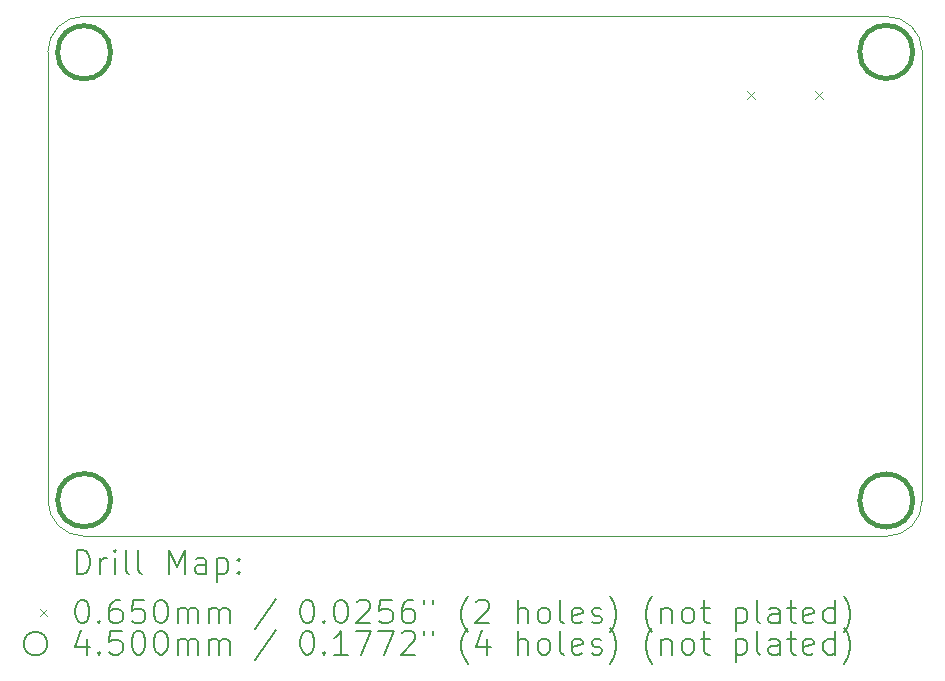
<source format=gbr>
%TF.GenerationSoftware,KiCad,Pcbnew,7.0.2-0*%
%TF.CreationDate,2024-02-25T21:14:01-06:00*%
%TF.ProjectId,spudglo_driver_v7p0,73707564-676c-46f5-9f64-72697665725f,rev?*%
%TF.SameCoordinates,Original*%
%TF.FileFunction,Drillmap*%
%TF.FilePolarity,Positive*%
%FSLAX45Y45*%
G04 Gerber Fmt 4.5, Leading zero omitted, Abs format (unit mm)*
G04 Created by KiCad (PCBNEW 7.0.2-0) date 2024-02-25 21:14:01*
%MOMM*%
%LPD*%
G01*
G04 APERTURE LIST*
%ADD10C,0.100000*%
%ADD11C,0.200000*%
%ADD12C,0.065000*%
%ADD13C,0.450000*%
G04 APERTURE END LIST*
D10*
X13958757Y-17796230D02*
G75*
G03*
X14257500Y-17495000I3J298750D01*
G01*
X14257500Y-17495000D02*
X14258728Y-13693743D01*
X14258720Y-13693743D02*
G75*
G03*
X13957500Y-13395000I-298750J3D01*
G01*
X6856620Y-17495376D02*
X6855880Y-13695349D01*
X13957500Y-13395000D02*
X7154624Y-13394120D01*
X6856620Y-17495376D02*
G75*
G03*
X7157849Y-17794119I298750J-4D01*
G01*
X7154624Y-13394120D02*
G75*
G03*
X6855880Y-13695349I0J-298754D01*
G01*
X13958757Y-17796229D02*
X7157849Y-17794120D01*
D11*
D12*
X12774500Y-14026500D02*
X12839500Y-14091500D01*
X12839500Y-14026500D02*
X12774500Y-14091500D01*
X13352500Y-14026500D02*
X13417500Y-14091500D01*
X13417500Y-14026500D02*
X13352500Y-14091500D01*
D13*
X7387000Y-13698000D02*
G75*
G03*
X7387000Y-13698000I-225000J0D01*
G01*
X7388000Y-17490000D02*
G75*
G03*
X7388000Y-17490000I-225000J0D01*
G01*
X14179000Y-13695000D02*
G75*
G03*
X14179000Y-13695000I-225000J0D01*
G01*
X14179000Y-17493000D02*
G75*
G03*
X14179000Y-17493000I-225000J0D01*
G01*
D11*
X7098489Y-18113754D02*
X7098489Y-17913754D01*
X7098489Y-17913754D02*
X7146108Y-17913754D01*
X7146108Y-17913754D02*
X7174680Y-17923278D01*
X7174680Y-17923278D02*
X7193727Y-17942326D01*
X7193727Y-17942326D02*
X7203251Y-17961373D01*
X7203251Y-17961373D02*
X7212775Y-17999468D01*
X7212775Y-17999468D02*
X7212775Y-18028040D01*
X7212775Y-18028040D02*
X7203251Y-18066135D01*
X7203251Y-18066135D02*
X7193727Y-18085183D01*
X7193727Y-18085183D02*
X7174680Y-18104230D01*
X7174680Y-18104230D02*
X7146108Y-18113754D01*
X7146108Y-18113754D02*
X7098489Y-18113754D01*
X7298489Y-18113754D02*
X7298489Y-17980421D01*
X7298489Y-18018516D02*
X7308013Y-17999468D01*
X7308013Y-17999468D02*
X7317537Y-17989945D01*
X7317537Y-17989945D02*
X7336584Y-17980421D01*
X7336584Y-17980421D02*
X7355632Y-17980421D01*
X7422299Y-18113754D02*
X7422299Y-17980421D01*
X7422299Y-17913754D02*
X7412775Y-17923278D01*
X7412775Y-17923278D02*
X7422299Y-17932802D01*
X7422299Y-17932802D02*
X7431823Y-17923278D01*
X7431823Y-17923278D02*
X7422299Y-17913754D01*
X7422299Y-17913754D02*
X7422299Y-17932802D01*
X7546108Y-18113754D02*
X7527061Y-18104230D01*
X7527061Y-18104230D02*
X7517537Y-18085183D01*
X7517537Y-18085183D02*
X7517537Y-17913754D01*
X7650870Y-18113754D02*
X7631823Y-18104230D01*
X7631823Y-18104230D02*
X7622299Y-18085183D01*
X7622299Y-18085183D02*
X7622299Y-17913754D01*
X7879442Y-18113754D02*
X7879442Y-17913754D01*
X7879442Y-17913754D02*
X7946108Y-18056611D01*
X7946108Y-18056611D02*
X8012775Y-17913754D01*
X8012775Y-17913754D02*
X8012775Y-18113754D01*
X8193727Y-18113754D02*
X8193727Y-18008992D01*
X8193727Y-18008992D02*
X8184204Y-17989945D01*
X8184204Y-17989945D02*
X8165156Y-17980421D01*
X8165156Y-17980421D02*
X8127061Y-17980421D01*
X8127061Y-17980421D02*
X8108013Y-17989945D01*
X8193727Y-18104230D02*
X8174680Y-18113754D01*
X8174680Y-18113754D02*
X8127061Y-18113754D01*
X8127061Y-18113754D02*
X8108013Y-18104230D01*
X8108013Y-18104230D02*
X8098489Y-18085183D01*
X8098489Y-18085183D02*
X8098489Y-18066135D01*
X8098489Y-18066135D02*
X8108013Y-18047087D01*
X8108013Y-18047087D02*
X8127061Y-18037564D01*
X8127061Y-18037564D02*
X8174680Y-18037564D01*
X8174680Y-18037564D02*
X8193727Y-18028040D01*
X8288965Y-17980421D02*
X8288965Y-18180421D01*
X8288965Y-17989945D02*
X8308013Y-17980421D01*
X8308013Y-17980421D02*
X8346108Y-17980421D01*
X8346108Y-17980421D02*
X8365156Y-17989945D01*
X8365156Y-17989945D02*
X8374680Y-17999468D01*
X8374680Y-17999468D02*
X8384204Y-18018516D01*
X8384204Y-18018516D02*
X8384204Y-18075659D01*
X8384204Y-18075659D02*
X8374680Y-18094706D01*
X8374680Y-18094706D02*
X8365156Y-18104230D01*
X8365156Y-18104230D02*
X8346108Y-18113754D01*
X8346108Y-18113754D02*
X8308013Y-18113754D01*
X8308013Y-18113754D02*
X8288965Y-18104230D01*
X8469918Y-18094706D02*
X8479442Y-18104230D01*
X8479442Y-18104230D02*
X8469918Y-18113754D01*
X8469918Y-18113754D02*
X8460394Y-18104230D01*
X8460394Y-18104230D02*
X8469918Y-18094706D01*
X8469918Y-18094706D02*
X8469918Y-18113754D01*
X8469918Y-17989945D02*
X8479442Y-17999468D01*
X8479442Y-17999468D02*
X8469918Y-18008992D01*
X8469918Y-18008992D02*
X8460394Y-17999468D01*
X8460394Y-17999468D02*
X8469918Y-17989945D01*
X8469918Y-17989945D02*
X8469918Y-18008992D01*
D12*
X6785870Y-18408730D02*
X6850870Y-18473730D01*
X6850870Y-18408730D02*
X6785870Y-18473730D01*
D11*
X7136584Y-18333754D02*
X7155632Y-18333754D01*
X7155632Y-18333754D02*
X7174680Y-18343278D01*
X7174680Y-18343278D02*
X7184204Y-18352802D01*
X7184204Y-18352802D02*
X7193727Y-18371849D01*
X7193727Y-18371849D02*
X7203251Y-18409945D01*
X7203251Y-18409945D02*
X7203251Y-18457564D01*
X7203251Y-18457564D02*
X7193727Y-18495659D01*
X7193727Y-18495659D02*
X7184204Y-18514706D01*
X7184204Y-18514706D02*
X7174680Y-18524230D01*
X7174680Y-18524230D02*
X7155632Y-18533754D01*
X7155632Y-18533754D02*
X7136584Y-18533754D01*
X7136584Y-18533754D02*
X7117537Y-18524230D01*
X7117537Y-18524230D02*
X7108013Y-18514706D01*
X7108013Y-18514706D02*
X7098489Y-18495659D01*
X7098489Y-18495659D02*
X7088965Y-18457564D01*
X7088965Y-18457564D02*
X7088965Y-18409945D01*
X7088965Y-18409945D02*
X7098489Y-18371849D01*
X7098489Y-18371849D02*
X7108013Y-18352802D01*
X7108013Y-18352802D02*
X7117537Y-18343278D01*
X7117537Y-18343278D02*
X7136584Y-18333754D01*
X7288965Y-18514706D02*
X7298489Y-18524230D01*
X7298489Y-18524230D02*
X7288965Y-18533754D01*
X7288965Y-18533754D02*
X7279442Y-18524230D01*
X7279442Y-18524230D02*
X7288965Y-18514706D01*
X7288965Y-18514706D02*
X7288965Y-18533754D01*
X7469918Y-18333754D02*
X7431823Y-18333754D01*
X7431823Y-18333754D02*
X7412775Y-18343278D01*
X7412775Y-18343278D02*
X7403251Y-18352802D01*
X7403251Y-18352802D02*
X7384204Y-18381373D01*
X7384204Y-18381373D02*
X7374680Y-18419468D01*
X7374680Y-18419468D02*
X7374680Y-18495659D01*
X7374680Y-18495659D02*
X7384204Y-18514706D01*
X7384204Y-18514706D02*
X7393727Y-18524230D01*
X7393727Y-18524230D02*
X7412775Y-18533754D01*
X7412775Y-18533754D02*
X7450870Y-18533754D01*
X7450870Y-18533754D02*
X7469918Y-18524230D01*
X7469918Y-18524230D02*
X7479442Y-18514706D01*
X7479442Y-18514706D02*
X7488965Y-18495659D01*
X7488965Y-18495659D02*
X7488965Y-18448040D01*
X7488965Y-18448040D02*
X7479442Y-18428992D01*
X7479442Y-18428992D02*
X7469918Y-18419468D01*
X7469918Y-18419468D02*
X7450870Y-18409945D01*
X7450870Y-18409945D02*
X7412775Y-18409945D01*
X7412775Y-18409945D02*
X7393727Y-18419468D01*
X7393727Y-18419468D02*
X7384204Y-18428992D01*
X7384204Y-18428992D02*
X7374680Y-18448040D01*
X7669918Y-18333754D02*
X7574680Y-18333754D01*
X7574680Y-18333754D02*
X7565156Y-18428992D01*
X7565156Y-18428992D02*
X7574680Y-18419468D01*
X7574680Y-18419468D02*
X7593727Y-18409945D01*
X7593727Y-18409945D02*
X7641346Y-18409945D01*
X7641346Y-18409945D02*
X7660394Y-18419468D01*
X7660394Y-18419468D02*
X7669918Y-18428992D01*
X7669918Y-18428992D02*
X7679442Y-18448040D01*
X7679442Y-18448040D02*
X7679442Y-18495659D01*
X7679442Y-18495659D02*
X7669918Y-18514706D01*
X7669918Y-18514706D02*
X7660394Y-18524230D01*
X7660394Y-18524230D02*
X7641346Y-18533754D01*
X7641346Y-18533754D02*
X7593727Y-18533754D01*
X7593727Y-18533754D02*
X7574680Y-18524230D01*
X7574680Y-18524230D02*
X7565156Y-18514706D01*
X7803251Y-18333754D02*
X7822299Y-18333754D01*
X7822299Y-18333754D02*
X7841346Y-18343278D01*
X7841346Y-18343278D02*
X7850870Y-18352802D01*
X7850870Y-18352802D02*
X7860394Y-18371849D01*
X7860394Y-18371849D02*
X7869918Y-18409945D01*
X7869918Y-18409945D02*
X7869918Y-18457564D01*
X7869918Y-18457564D02*
X7860394Y-18495659D01*
X7860394Y-18495659D02*
X7850870Y-18514706D01*
X7850870Y-18514706D02*
X7841346Y-18524230D01*
X7841346Y-18524230D02*
X7822299Y-18533754D01*
X7822299Y-18533754D02*
X7803251Y-18533754D01*
X7803251Y-18533754D02*
X7784204Y-18524230D01*
X7784204Y-18524230D02*
X7774680Y-18514706D01*
X7774680Y-18514706D02*
X7765156Y-18495659D01*
X7765156Y-18495659D02*
X7755632Y-18457564D01*
X7755632Y-18457564D02*
X7755632Y-18409945D01*
X7755632Y-18409945D02*
X7765156Y-18371849D01*
X7765156Y-18371849D02*
X7774680Y-18352802D01*
X7774680Y-18352802D02*
X7784204Y-18343278D01*
X7784204Y-18343278D02*
X7803251Y-18333754D01*
X7955632Y-18533754D02*
X7955632Y-18400421D01*
X7955632Y-18419468D02*
X7965156Y-18409945D01*
X7965156Y-18409945D02*
X7984204Y-18400421D01*
X7984204Y-18400421D02*
X8012775Y-18400421D01*
X8012775Y-18400421D02*
X8031823Y-18409945D01*
X8031823Y-18409945D02*
X8041346Y-18428992D01*
X8041346Y-18428992D02*
X8041346Y-18533754D01*
X8041346Y-18428992D02*
X8050870Y-18409945D01*
X8050870Y-18409945D02*
X8069918Y-18400421D01*
X8069918Y-18400421D02*
X8098489Y-18400421D01*
X8098489Y-18400421D02*
X8117537Y-18409945D01*
X8117537Y-18409945D02*
X8127061Y-18428992D01*
X8127061Y-18428992D02*
X8127061Y-18533754D01*
X8222299Y-18533754D02*
X8222299Y-18400421D01*
X8222299Y-18419468D02*
X8231823Y-18409945D01*
X8231823Y-18409945D02*
X8250870Y-18400421D01*
X8250870Y-18400421D02*
X8279442Y-18400421D01*
X8279442Y-18400421D02*
X8298489Y-18409945D01*
X8298489Y-18409945D02*
X8308013Y-18428992D01*
X8308013Y-18428992D02*
X8308013Y-18533754D01*
X8308013Y-18428992D02*
X8317537Y-18409945D01*
X8317537Y-18409945D02*
X8336585Y-18400421D01*
X8336585Y-18400421D02*
X8365156Y-18400421D01*
X8365156Y-18400421D02*
X8384204Y-18409945D01*
X8384204Y-18409945D02*
X8393728Y-18428992D01*
X8393728Y-18428992D02*
X8393728Y-18533754D01*
X8784204Y-18324230D02*
X8612775Y-18581373D01*
X9041347Y-18333754D02*
X9060394Y-18333754D01*
X9060394Y-18333754D02*
X9079442Y-18343278D01*
X9079442Y-18343278D02*
X9088966Y-18352802D01*
X9088966Y-18352802D02*
X9098490Y-18371849D01*
X9098490Y-18371849D02*
X9108013Y-18409945D01*
X9108013Y-18409945D02*
X9108013Y-18457564D01*
X9108013Y-18457564D02*
X9098490Y-18495659D01*
X9098490Y-18495659D02*
X9088966Y-18514706D01*
X9088966Y-18514706D02*
X9079442Y-18524230D01*
X9079442Y-18524230D02*
X9060394Y-18533754D01*
X9060394Y-18533754D02*
X9041347Y-18533754D01*
X9041347Y-18533754D02*
X9022299Y-18524230D01*
X9022299Y-18524230D02*
X9012775Y-18514706D01*
X9012775Y-18514706D02*
X9003251Y-18495659D01*
X9003251Y-18495659D02*
X8993728Y-18457564D01*
X8993728Y-18457564D02*
X8993728Y-18409945D01*
X8993728Y-18409945D02*
X9003251Y-18371849D01*
X9003251Y-18371849D02*
X9012775Y-18352802D01*
X9012775Y-18352802D02*
X9022299Y-18343278D01*
X9022299Y-18343278D02*
X9041347Y-18333754D01*
X9193728Y-18514706D02*
X9203251Y-18524230D01*
X9203251Y-18524230D02*
X9193728Y-18533754D01*
X9193728Y-18533754D02*
X9184204Y-18524230D01*
X9184204Y-18524230D02*
X9193728Y-18514706D01*
X9193728Y-18514706D02*
X9193728Y-18533754D01*
X9327061Y-18333754D02*
X9346109Y-18333754D01*
X9346109Y-18333754D02*
X9365156Y-18343278D01*
X9365156Y-18343278D02*
X9374680Y-18352802D01*
X9374680Y-18352802D02*
X9384204Y-18371849D01*
X9384204Y-18371849D02*
X9393728Y-18409945D01*
X9393728Y-18409945D02*
X9393728Y-18457564D01*
X9393728Y-18457564D02*
X9384204Y-18495659D01*
X9384204Y-18495659D02*
X9374680Y-18514706D01*
X9374680Y-18514706D02*
X9365156Y-18524230D01*
X9365156Y-18524230D02*
X9346109Y-18533754D01*
X9346109Y-18533754D02*
X9327061Y-18533754D01*
X9327061Y-18533754D02*
X9308013Y-18524230D01*
X9308013Y-18524230D02*
X9298490Y-18514706D01*
X9298490Y-18514706D02*
X9288966Y-18495659D01*
X9288966Y-18495659D02*
X9279442Y-18457564D01*
X9279442Y-18457564D02*
X9279442Y-18409945D01*
X9279442Y-18409945D02*
X9288966Y-18371849D01*
X9288966Y-18371849D02*
X9298490Y-18352802D01*
X9298490Y-18352802D02*
X9308013Y-18343278D01*
X9308013Y-18343278D02*
X9327061Y-18333754D01*
X9469918Y-18352802D02*
X9479442Y-18343278D01*
X9479442Y-18343278D02*
X9498490Y-18333754D01*
X9498490Y-18333754D02*
X9546109Y-18333754D01*
X9546109Y-18333754D02*
X9565156Y-18343278D01*
X9565156Y-18343278D02*
X9574680Y-18352802D01*
X9574680Y-18352802D02*
X9584204Y-18371849D01*
X9584204Y-18371849D02*
X9584204Y-18390897D01*
X9584204Y-18390897D02*
X9574680Y-18419468D01*
X9574680Y-18419468D02*
X9460394Y-18533754D01*
X9460394Y-18533754D02*
X9584204Y-18533754D01*
X9765156Y-18333754D02*
X9669918Y-18333754D01*
X9669918Y-18333754D02*
X9660394Y-18428992D01*
X9660394Y-18428992D02*
X9669918Y-18419468D01*
X9669918Y-18419468D02*
X9688966Y-18409945D01*
X9688966Y-18409945D02*
X9736585Y-18409945D01*
X9736585Y-18409945D02*
X9755632Y-18419468D01*
X9755632Y-18419468D02*
X9765156Y-18428992D01*
X9765156Y-18428992D02*
X9774680Y-18448040D01*
X9774680Y-18448040D02*
X9774680Y-18495659D01*
X9774680Y-18495659D02*
X9765156Y-18514706D01*
X9765156Y-18514706D02*
X9755632Y-18524230D01*
X9755632Y-18524230D02*
X9736585Y-18533754D01*
X9736585Y-18533754D02*
X9688966Y-18533754D01*
X9688966Y-18533754D02*
X9669918Y-18524230D01*
X9669918Y-18524230D02*
X9660394Y-18514706D01*
X9946109Y-18333754D02*
X9908013Y-18333754D01*
X9908013Y-18333754D02*
X9888966Y-18343278D01*
X9888966Y-18343278D02*
X9879442Y-18352802D01*
X9879442Y-18352802D02*
X9860394Y-18381373D01*
X9860394Y-18381373D02*
X9850871Y-18419468D01*
X9850871Y-18419468D02*
X9850871Y-18495659D01*
X9850871Y-18495659D02*
X9860394Y-18514706D01*
X9860394Y-18514706D02*
X9869918Y-18524230D01*
X9869918Y-18524230D02*
X9888966Y-18533754D01*
X9888966Y-18533754D02*
X9927061Y-18533754D01*
X9927061Y-18533754D02*
X9946109Y-18524230D01*
X9946109Y-18524230D02*
X9955632Y-18514706D01*
X9955632Y-18514706D02*
X9965156Y-18495659D01*
X9965156Y-18495659D02*
X9965156Y-18448040D01*
X9965156Y-18448040D02*
X9955632Y-18428992D01*
X9955632Y-18428992D02*
X9946109Y-18419468D01*
X9946109Y-18419468D02*
X9927061Y-18409945D01*
X9927061Y-18409945D02*
X9888966Y-18409945D01*
X9888966Y-18409945D02*
X9869918Y-18419468D01*
X9869918Y-18419468D02*
X9860394Y-18428992D01*
X9860394Y-18428992D02*
X9850871Y-18448040D01*
X10041347Y-18333754D02*
X10041347Y-18371849D01*
X10117537Y-18333754D02*
X10117537Y-18371849D01*
X10412775Y-18609945D02*
X10403252Y-18600421D01*
X10403252Y-18600421D02*
X10384204Y-18571849D01*
X10384204Y-18571849D02*
X10374680Y-18552802D01*
X10374680Y-18552802D02*
X10365156Y-18524230D01*
X10365156Y-18524230D02*
X10355633Y-18476611D01*
X10355633Y-18476611D02*
X10355633Y-18438516D01*
X10355633Y-18438516D02*
X10365156Y-18390897D01*
X10365156Y-18390897D02*
X10374680Y-18362326D01*
X10374680Y-18362326D02*
X10384204Y-18343278D01*
X10384204Y-18343278D02*
X10403252Y-18314706D01*
X10403252Y-18314706D02*
X10412775Y-18305183D01*
X10479442Y-18352802D02*
X10488966Y-18343278D01*
X10488966Y-18343278D02*
X10508013Y-18333754D01*
X10508013Y-18333754D02*
X10555633Y-18333754D01*
X10555633Y-18333754D02*
X10574680Y-18343278D01*
X10574680Y-18343278D02*
X10584204Y-18352802D01*
X10584204Y-18352802D02*
X10593728Y-18371849D01*
X10593728Y-18371849D02*
X10593728Y-18390897D01*
X10593728Y-18390897D02*
X10584204Y-18419468D01*
X10584204Y-18419468D02*
X10469918Y-18533754D01*
X10469918Y-18533754D02*
X10593728Y-18533754D01*
X10831823Y-18533754D02*
X10831823Y-18333754D01*
X10917537Y-18533754D02*
X10917537Y-18428992D01*
X10917537Y-18428992D02*
X10908014Y-18409945D01*
X10908014Y-18409945D02*
X10888966Y-18400421D01*
X10888966Y-18400421D02*
X10860394Y-18400421D01*
X10860394Y-18400421D02*
X10841347Y-18409945D01*
X10841347Y-18409945D02*
X10831823Y-18419468D01*
X11041347Y-18533754D02*
X11022299Y-18524230D01*
X11022299Y-18524230D02*
X11012775Y-18514706D01*
X11012775Y-18514706D02*
X11003252Y-18495659D01*
X11003252Y-18495659D02*
X11003252Y-18438516D01*
X11003252Y-18438516D02*
X11012775Y-18419468D01*
X11012775Y-18419468D02*
X11022299Y-18409945D01*
X11022299Y-18409945D02*
X11041347Y-18400421D01*
X11041347Y-18400421D02*
X11069918Y-18400421D01*
X11069918Y-18400421D02*
X11088966Y-18409945D01*
X11088966Y-18409945D02*
X11098490Y-18419468D01*
X11098490Y-18419468D02*
X11108014Y-18438516D01*
X11108014Y-18438516D02*
X11108014Y-18495659D01*
X11108014Y-18495659D02*
X11098490Y-18514706D01*
X11098490Y-18514706D02*
X11088966Y-18524230D01*
X11088966Y-18524230D02*
X11069918Y-18533754D01*
X11069918Y-18533754D02*
X11041347Y-18533754D01*
X11222299Y-18533754D02*
X11203252Y-18524230D01*
X11203252Y-18524230D02*
X11193728Y-18505183D01*
X11193728Y-18505183D02*
X11193728Y-18333754D01*
X11374680Y-18524230D02*
X11355633Y-18533754D01*
X11355633Y-18533754D02*
X11317537Y-18533754D01*
X11317537Y-18533754D02*
X11298490Y-18524230D01*
X11298490Y-18524230D02*
X11288966Y-18505183D01*
X11288966Y-18505183D02*
X11288966Y-18428992D01*
X11288966Y-18428992D02*
X11298490Y-18409945D01*
X11298490Y-18409945D02*
X11317537Y-18400421D01*
X11317537Y-18400421D02*
X11355633Y-18400421D01*
X11355633Y-18400421D02*
X11374680Y-18409945D01*
X11374680Y-18409945D02*
X11384204Y-18428992D01*
X11384204Y-18428992D02*
X11384204Y-18448040D01*
X11384204Y-18448040D02*
X11288966Y-18467087D01*
X11460394Y-18524230D02*
X11479442Y-18533754D01*
X11479442Y-18533754D02*
X11517537Y-18533754D01*
X11517537Y-18533754D02*
X11536585Y-18524230D01*
X11536585Y-18524230D02*
X11546109Y-18505183D01*
X11546109Y-18505183D02*
X11546109Y-18495659D01*
X11546109Y-18495659D02*
X11536585Y-18476611D01*
X11536585Y-18476611D02*
X11517537Y-18467087D01*
X11517537Y-18467087D02*
X11488966Y-18467087D01*
X11488966Y-18467087D02*
X11469918Y-18457564D01*
X11469918Y-18457564D02*
X11460394Y-18438516D01*
X11460394Y-18438516D02*
X11460394Y-18428992D01*
X11460394Y-18428992D02*
X11469918Y-18409945D01*
X11469918Y-18409945D02*
X11488966Y-18400421D01*
X11488966Y-18400421D02*
X11517537Y-18400421D01*
X11517537Y-18400421D02*
X11536585Y-18409945D01*
X11612775Y-18609945D02*
X11622299Y-18600421D01*
X11622299Y-18600421D02*
X11641347Y-18571849D01*
X11641347Y-18571849D02*
X11650871Y-18552802D01*
X11650871Y-18552802D02*
X11660394Y-18524230D01*
X11660394Y-18524230D02*
X11669918Y-18476611D01*
X11669918Y-18476611D02*
X11669918Y-18438516D01*
X11669918Y-18438516D02*
X11660394Y-18390897D01*
X11660394Y-18390897D02*
X11650871Y-18362326D01*
X11650871Y-18362326D02*
X11641347Y-18343278D01*
X11641347Y-18343278D02*
X11622299Y-18314706D01*
X11622299Y-18314706D02*
X11612775Y-18305183D01*
X11974680Y-18609945D02*
X11965156Y-18600421D01*
X11965156Y-18600421D02*
X11946109Y-18571849D01*
X11946109Y-18571849D02*
X11936585Y-18552802D01*
X11936585Y-18552802D02*
X11927061Y-18524230D01*
X11927061Y-18524230D02*
X11917537Y-18476611D01*
X11917537Y-18476611D02*
X11917537Y-18438516D01*
X11917537Y-18438516D02*
X11927061Y-18390897D01*
X11927061Y-18390897D02*
X11936585Y-18362326D01*
X11936585Y-18362326D02*
X11946109Y-18343278D01*
X11946109Y-18343278D02*
X11965156Y-18314706D01*
X11965156Y-18314706D02*
X11974680Y-18305183D01*
X12050871Y-18400421D02*
X12050871Y-18533754D01*
X12050871Y-18419468D02*
X12060394Y-18409945D01*
X12060394Y-18409945D02*
X12079442Y-18400421D01*
X12079442Y-18400421D02*
X12108014Y-18400421D01*
X12108014Y-18400421D02*
X12127061Y-18409945D01*
X12127061Y-18409945D02*
X12136585Y-18428992D01*
X12136585Y-18428992D02*
X12136585Y-18533754D01*
X12260394Y-18533754D02*
X12241347Y-18524230D01*
X12241347Y-18524230D02*
X12231823Y-18514706D01*
X12231823Y-18514706D02*
X12222299Y-18495659D01*
X12222299Y-18495659D02*
X12222299Y-18438516D01*
X12222299Y-18438516D02*
X12231823Y-18419468D01*
X12231823Y-18419468D02*
X12241347Y-18409945D01*
X12241347Y-18409945D02*
X12260394Y-18400421D01*
X12260394Y-18400421D02*
X12288966Y-18400421D01*
X12288966Y-18400421D02*
X12308014Y-18409945D01*
X12308014Y-18409945D02*
X12317537Y-18419468D01*
X12317537Y-18419468D02*
X12327061Y-18438516D01*
X12327061Y-18438516D02*
X12327061Y-18495659D01*
X12327061Y-18495659D02*
X12317537Y-18514706D01*
X12317537Y-18514706D02*
X12308014Y-18524230D01*
X12308014Y-18524230D02*
X12288966Y-18533754D01*
X12288966Y-18533754D02*
X12260394Y-18533754D01*
X12384204Y-18400421D02*
X12460394Y-18400421D01*
X12412775Y-18333754D02*
X12412775Y-18505183D01*
X12412775Y-18505183D02*
X12422299Y-18524230D01*
X12422299Y-18524230D02*
X12441347Y-18533754D01*
X12441347Y-18533754D02*
X12460394Y-18533754D01*
X12679442Y-18400421D02*
X12679442Y-18600421D01*
X12679442Y-18409945D02*
X12698490Y-18400421D01*
X12698490Y-18400421D02*
X12736585Y-18400421D01*
X12736585Y-18400421D02*
X12755633Y-18409945D01*
X12755633Y-18409945D02*
X12765156Y-18419468D01*
X12765156Y-18419468D02*
X12774680Y-18438516D01*
X12774680Y-18438516D02*
X12774680Y-18495659D01*
X12774680Y-18495659D02*
X12765156Y-18514706D01*
X12765156Y-18514706D02*
X12755633Y-18524230D01*
X12755633Y-18524230D02*
X12736585Y-18533754D01*
X12736585Y-18533754D02*
X12698490Y-18533754D01*
X12698490Y-18533754D02*
X12679442Y-18524230D01*
X12888966Y-18533754D02*
X12869918Y-18524230D01*
X12869918Y-18524230D02*
X12860395Y-18505183D01*
X12860395Y-18505183D02*
X12860395Y-18333754D01*
X13050871Y-18533754D02*
X13050871Y-18428992D01*
X13050871Y-18428992D02*
X13041347Y-18409945D01*
X13041347Y-18409945D02*
X13022299Y-18400421D01*
X13022299Y-18400421D02*
X12984204Y-18400421D01*
X12984204Y-18400421D02*
X12965156Y-18409945D01*
X13050871Y-18524230D02*
X13031823Y-18533754D01*
X13031823Y-18533754D02*
X12984204Y-18533754D01*
X12984204Y-18533754D02*
X12965156Y-18524230D01*
X12965156Y-18524230D02*
X12955633Y-18505183D01*
X12955633Y-18505183D02*
X12955633Y-18486135D01*
X12955633Y-18486135D02*
X12965156Y-18467087D01*
X12965156Y-18467087D02*
X12984204Y-18457564D01*
X12984204Y-18457564D02*
X13031823Y-18457564D01*
X13031823Y-18457564D02*
X13050871Y-18448040D01*
X13117537Y-18400421D02*
X13193728Y-18400421D01*
X13146109Y-18333754D02*
X13146109Y-18505183D01*
X13146109Y-18505183D02*
X13155633Y-18524230D01*
X13155633Y-18524230D02*
X13174680Y-18533754D01*
X13174680Y-18533754D02*
X13193728Y-18533754D01*
X13336585Y-18524230D02*
X13317537Y-18533754D01*
X13317537Y-18533754D02*
X13279442Y-18533754D01*
X13279442Y-18533754D02*
X13260395Y-18524230D01*
X13260395Y-18524230D02*
X13250871Y-18505183D01*
X13250871Y-18505183D02*
X13250871Y-18428992D01*
X13250871Y-18428992D02*
X13260395Y-18409945D01*
X13260395Y-18409945D02*
X13279442Y-18400421D01*
X13279442Y-18400421D02*
X13317537Y-18400421D01*
X13317537Y-18400421D02*
X13336585Y-18409945D01*
X13336585Y-18409945D02*
X13346109Y-18428992D01*
X13346109Y-18428992D02*
X13346109Y-18448040D01*
X13346109Y-18448040D02*
X13250871Y-18467087D01*
X13517537Y-18533754D02*
X13517537Y-18333754D01*
X13517537Y-18524230D02*
X13498490Y-18533754D01*
X13498490Y-18533754D02*
X13460395Y-18533754D01*
X13460395Y-18533754D02*
X13441347Y-18524230D01*
X13441347Y-18524230D02*
X13431823Y-18514706D01*
X13431823Y-18514706D02*
X13422299Y-18495659D01*
X13422299Y-18495659D02*
X13422299Y-18438516D01*
X13422299Y-18438516D02*
X13431823Y-18419468D01*
X13431823Y-18419468D02*
X13441347Y-18409945D01*
X13441347Y-18409945D02*
X13460395Y-18400421D01*
X13460395Y-18400421D02*
X13498490Y-18400421D01*
X13498490Y-18400421D02*
X13517537Y-18409945D01*
X13593728Y-18609945D02*
X13603252Y-18600421D01*
X13603252Y-18600421D02*
X13622299Y-18571849D01*
X13622299Y-18571849D02*
X13631823Y-18552802D01*
X13631823Y-18552802D02*
X13641347Y-18524230D01*
X13641347Y-18524230D02*
X13650871Y-18476611D01*
X13650871Y-18476611D02*
X13650871Y-18438516D01*
X13650871Y-18438516D02*
X13641347Y-18390897D01*
X13641347Y-18390897D02*
X13631823Y-18362326D01*
X13631823Y-18362326D02*
X13622299Y-18343278D01*
X13622299Y-18343278D02*
X13603252Y-18314706D01*
X13603252Y-18314706D02*
X13593728Y-18305183D01*
X6850870Y-18705230D02*
G75*
G03*
X6850870Y-18705230I-100000J0D01*
G01*
X7184204Y-18664421D02*
X7184204Y-18797754D01*
X7136584Y-18588230D02*
X7088965Y-18731087D01*
X7088965Y-18731087D02*
X7212775Y-18731087D01*
X7288965Y-18778706D02*
X7298489Y-18788230D01*
X7298489Y-18788230D02*
X7288965Y-18797754D01*
X7288965Y-18797754D02*
X7279442Y-18788230D01*
X7279442Y-18788230D02*
X7288965Y-18778706D01*
X7288965Y-18778706D02*
X7288965Y-18797754D01*
X7479442Y-18597754D02*
X7384204Y-18597754D01*
X7384204Y-18597754D02*
X7374680Y-18692992D01*
X7374680Y-18692992D02*
X7384204Y-18683468D01*
X7384204Y-18683468D02*
X7403251Y-18673945D01*
X7403251Y-18673945D02*
X7450870Y-18673945D01*
X7450870Y-18673945D02*
X7469918Y-18683468D01*
X7469918Y-18683468D02*
X7479442Y-18692992D01*
X7479442Y-18692992D02*
X7488965Y-18712040D01*
X7488965Y-18712040D02*
X7488965Y-18759659D01*
X7488965Y-18759659D02*
X7479442Y-18778706D01*
X7479442Y-18778706D02*
X7469918Y-18788230D01*
X7469918Y-18788230D02*
X7450870Y-18797754D01*
X7450870Y-18797754D02*
X7403251Y-18797754D01*
X7403251Y-18797754D02*
X7384204Y-18788230D01*
X7384204Y-18788230D02*
X7374680Y-18778706D01*
X7612775Y-18597754D02*
X7631823Y-18597754D01*
X7631823Y-18597754D02*
X7650870Y-18607278D01*
X7650870Y-18607278D02*
X7660394Y-18616802D01*
X7660394Y-18616802D02*
X7669918Y-18635849D01*
X7669918Y-18635849D02*
X7679442Y-18673945D01*
X7679442Y-18673945D02*
X7679442Y-18721564D01*
X7679442Y-18721564D02*
X7669918Y-18759659D01*
X7669918Y-18759659D02*
X7660394Y-18778706D01*
X7660394Y-18778706D02*
X7650870Y-18788230D01*
X7650870Y-18788230D02*
X7631823Y-18797754D01*
X7631823Y-18797754D02*
X7612775Y-18797754D01*
X7612775Y-18797754D02*
X7593727Y-18788230D01*
X7593727Y-18788230D02*
X7584204Y-18778706D01*
X7584204Y-18778706D02*
X7574680Y-18759659D01*
X7574680Y-18759659D02*
X7565156Y-18721564D01*
X7565156Y-18721564D02*
X7565156Y-18673945D01*
X7565156Y-18673945D02*
X7574680Y-18635849D01*
X7574680Y-18635849D02*
X7584204Y-18616802D01*
X7584204Y-18616802D02*
X7593727Y-18607278D01*
X7593727Y-18607278D02*
X7612775Y-18597754D01*
X7803251Y-18597754D02*
X7822299Y-18597754D01*
X7822299Y-18597754D02*
X7841346Y-18607278D01*
X7841346Y-18607278D02*
X7850870Y-18616802D01*
X7850870Y-18616802D02*
X7860394Y-18635849D01*
X7860394Y-18635849D02*
X7869918Y-18673945D01*
X7869918Y-18673945D02*
X7869918Y-18721564D01*
X7869918Y-18721564D02*
X7860394Y-18759659D01*
X7860394Y-18759659D02*
X7850870Y-18778706D01*
X7850870Y-18778706D02*
X7841346Y-18788230D01*
X7841346Y-18788230D02*
X7822299Y-18797754D01*
X7822299Y-18797754D02*
X7803251Y-18797754D01*
X7803251Y-18797754D02*
X7784204Y-18788230D01*
X7784204Y-18788230D02*
X7774680Y-18778706D01*
X7774680Y-18778706D02*
X7765156Y-18759659D01*
X7765156Y-18759659D02*
X7755632Y-18721564D01*
X7755632Y-18721564D02*
X7755632Y-18673945D01*
X7755632Y-18673945D02*
X7765156Y-18635849D01*
X7765156Y-18635849D02*
X7774680Y-18616802D01*
X7774680Y-18616802D02*
X7784204Y-18607278D01*
X7784204Y-18607278D02*
X7803251Y-18597754D01*
X7955632Y-18797754D02*
X7955632Y-18664421D01*
X7955632Y-18683468D02*
X7965156Y-18673945D01*
X7965156Y-18673945D02*
X7984204Y-18664421D01*
X7984204Y-18664421D02*
X8012775Y-18664421D01*
X8012775Y-18664421D02*
X8031823Y-18673945D01*
X8031823Y-18673945D02*
X8041346Y-18692992D01*
X8041346Y-18692992D02*
X8041346Y-18797754D01*
X8041346Y-18692992D02*
X8050870Y-18673945D01*
X8050870Y-18673945D02*
X8069918Y-18664421D01*
X8069918Y-18664421D02*
X8098489Y-18664421D01*
X8098489Y-18664421D02*
X8117537Y-18673945D01*
X8117537Y-18673945D02*
X8127061Y-18692992D01*
X8127061Y-18692992D02*
X8127061Y-18797754D01*
X8222299Y-18797754D02*
X8222299Y-18664421D01*
X8222299Y-18683468D02*
X8231823Y-18673945D01*
X8231823Y-18673945D02*
X8250870Y-18664421D01*
X8250870Y-18664421D02*
X8279442Y-18664421D01*
X8279442Y-18664421D02*
X8298489Y-18673945D01*
X8298489Y-18673945D02*
X8308013Y-18692992D01*
X8308013Y-18692992D02*
X8308013Y-18797754D01*
X8308013Y-18692992D02*
X8317537Y-18673945D01*
X8317537Y-18673945D02*
X8336585Y-18664421D01*
X8336585Y-18664421D02*
X8365156Y-18664421D01*
X8365156Y-18664421D02*
X8384204Y-18673945D01*
X8384204Y-18673945D02*
X8393728Y-18692992D01*
X8393728Y-18692992D02*
X8393728Y-18797754D01*
X8784204Y-18588230D02*
X8612775Y-18845373D01*
X9041347Y-18597754D02*
X9060394Y-18597754D01*
X9060394Y-18597754D02*
X9079442Y-18607278D01*
X9079442Y-18607278D02*
X9088966Y-18616802D01*
X9088966Y-18616802D02*
X9098490Y-18635849D01*
X9098490Y-18635849D02*
X9108013Y-18673945D01*
X9108013Y-18673945D02*
X9108013Y-18721564D01*
X9108013Y-18721564D02*
X9098490Y-18759659D01*
X9098490Y-18759659D02*
X9088966Y-18778706D01*
X9088966Y-18778706D02*
X9079442Y-18788230D01*
X9079442Y-18788230D02*
X9060394Y-18797754D01*
X9060394Y-18797754D02*
X9041347Y-18797754D01*
X9041347Y-18797754D02*
X9022299Y-18788230D01*
X9022299Y-18788230D02*
X9012775Y-18778706D01*
X9012775Y-18778706D02*
X9003251Y-18759659D01*
X9003251Y-18759659D02*
X8993728Y-18721564D01*
X8993728Y-18721564D02*
X8993728Y-18673945D01*
X8993728Y-18673945D02*
X9003251Y-18635849D01*
X9003251Y-18635849D02*
X9012775Y-18616802D01*
X9012775Y-18616802D02*
X9022299Y-18607278D01*
X9022299Y-18607278D02*
X9041347Y-18597754D01*
X9193728Y-18778706D02*
X9203251Y-18788230D01*
X9203251Y-18788230D02*
X9193728Y-18797754D01*
X9193728Y-18797754D02*
X9184204Y-18788230D01*
X9184204Y-18788230D02*
X9193728Y-18778706D01*
X9193728Y-18778706D02*
X9193728Y-18797754D01*
X9393728Y-18797754D02*
X9279442Y-18797754D01*
X9336585Y-18797754D02*
X9336585Y-18597754D01*
X9336585Y-18597754D02*
X9317537Y-18626326D01*
X9317537Y-18626326D02*
X9298490Y-18645373D01*
X9298490Y-18645373D02*
X9279442Y-18654897D01*
X9460394Y-18597754D02*
X9593728Y-18597754D01*
X9593728Y-18597754D02*
X9508013Y-18797754D01*
X9650871Y-18597754D02*
X9784204Y-18597754D01*
X9784204Y-18597754D02*
X9698490Y-18797754D01*
X9850871Y-18616802D02*
X9860394Y-18607278D01*
X9860394Y-18607278D02*
X9879442Y-18597754D01*
X9879442Y-18597754D02*
X9927061Y-18597754D01*
X9927061Y-18597754D02*
X9946109Y-18607278D01*
X9946109Y-18607278D02*
X9955632Y-18616802D01*
X9955632Y-18616802D02*
X9965156Y-18635849D01*
X9965156Y-18635849D02*
X9965156Y-18654897D01*
X9965156Y-18654897D02*
X9955632Y-18683468D01*
X9955632Y-18683468D02*
X9841347Y-18797754D01*
X9841347Y-18797754D02*
X9965156Y-18797754D01*
X10041347Y-18597754D02*
X10041347Y-18635849D01*
X10117537Y-18597754D02*
X10117537Y-18635849D01*
X10412775Y-18873945D02*
X10403252Y-18864421D01*
X10403252Y-18864421D02*
X10384204Y-18835849D01*
X10384204Y-18835849D02*
X10374680Y-18816802D01*
X10374680Y-18816802D02*
X10365156Y-18788230D01*
X10365156Y-18788230D02*
X10355633Y-18740611D01*
X10355633Y-18740611D02*
X10355633Y-18702516D01*
X10355633Y-18702516D02*
X10365156Y-18654897D01*
X10365156Y-18654897D02*
X10374680Y-18626326D01*
X10374680Y-18626326D02*
X10384204Y-18607278D01*
X10384204Y-18607278D02*
X10403252Y-18578706D01*
X10403252Y-18578706D02*
X10412775Y-18569183D01*
X10574680Y-18664421D02*
X10574680Y-18797754D01*
X10527061Y-18588230D02*
X10479442Y-18731087D01*
X10479442Y-18731087D02*
X10603252Y-18731087D01*
X10831823Y-18797754D02*
X10831823Y-18597754D01*
X10917537Y-18797754D02*
X10917537Y-18692992D01*
X10917537Y-18692992D02*
X10908014Y-18673945D01*
X10908014Y-18673945D02*
X10888966Y-18664421D01*
X10888966Y-18664421D02*
X10860394Y-18664421D01*
X10860394Y-18664421D02*
X10841347Y-18673945D01*
X10841347Y-18673945D02*
X10831823Y-18683468D01*
X11041347Y-18797754D02*
X11022299Y-18788230D01*
X11022299Y-18788230D02*
X11012775Y-18778706D01*
X11012775Y-18778706D02*
X11003252Y-18759659D01*
X11003252Y-18759659D02*
X11003252Y-18702516D01*
X11003252Y-18702516D02*
X11012775Y-18683468D01*
X11012775Y-18683468D02*
X11022299Y-18673945D01*
X11022299Y-18673945D02*
X11041347Y-18664421D01*
X11041347Y-18664421D02*
X11069918Y-18664421D01*
X11069918Y-18664421D02*
X11088966Y-18673945D01*
X11088966Y-18673945D02*
X11098490Y-18683468D01*
X11098490Y-18683468D02*
X11108014Y-18702516D01*
X11108014Y-18702516D02*
X11108014Y-18759659D01*
X11108014Y-18759659D02*
X11098490Y-18778706D01*
X11098490Y-18778706D02*
X11088966Y-18788230D01*
X11088966Y-18788230D02*
X11069918Y-18797754D01*
X11069918Y-18797754D02*
X11041347Y-18797754D01*
X11222299Y-18797754D02*
X11203252Y-18788230D01*
X11203252Y-18788230D02*
X11193728Y-18769183D01*
X11193728Y-18769183D02*
X11193728Y-18597754D01*
X11374680Y-18788230D02*
X11355633Y-18797754D01*
X11355633Y-18797754D02*
X11317537Y-18797754D01*
X11317537Y-18797754D02*
X11298490Y-18788230D01*
X11298490Y-18788230D02*
X11288966Y-18769183D01*
X11288966Y-18769183D02*
X11288966Y-18692992D01*
X11288966Y-18692992D02*
X11298490Y-18673945D01*
X11298490Y-18673945D02*
X11317537Y-18664421D01*
X11317537Y-18664421D02*
X11355633Y-18664421D01*
X11355633Y-18664421D02*
X11374680Y-18673945D01*
X11374680Y-18673945D02*
X11384204Y-18692992D01*
X11384204Y-18692992D02*
X11384204Y-18712040D01*
X11384204Y-18712040D02*
X11288966Y-18731087D01*
X11460394Y-18788230D02*
X11479442Y-18797754D01*
X11479442Y-18797754D02*
X11517537Y-18797754D01*
X11517537Y-18797754D02*
X11536585Y-18788230D01*
X11536585Y-18788230D02*
X11546109Y-18769183D01*
X11546109Y-18769183D02*
X11546109Y-18759659D01*
X11546109Y-18759659D02*
X11536585Y-18740611D01*
X11536585Y-18740611D02*
X11517537Y-18731087D01*
X11517537Y-18731087D02*
X11488966Y-18731087D01*
X11488966Y-18731087D02*
X11469918Y-18721564D01*
X11469918Y-18721564D02*
X11460394Y-18702516D01*
X11460394Y-18702516D02*
X11460394Y-18692992D01*
X11460394Y-18692992D02*
X11469918Y-18673945D01*
X11469918Y-18673945D02*
X11488966Y-18664421D01*
X11488966Y-18664421D02*
X11517537Y-18664421D01*
X11517537Y-18664421D02*
X11536585Y-18673945D01*
X11612775Y-18873945D02*
X11622299Y-18864421D01*
X11622299Y-18864421D02*
X11641347Y-18835849D01*
X11641347Y-18835849D02*
X11650871Y-18816802D01*
X11650871Y-18816802D02*
X11660394Y-18788230D01*
X11660394Y-18788230D02*
X11669918Y-18740611D01*
X11669918Y-18740611D02*
X11669918Y-18702516D01*
X11669918Y-18702516D02*
X11660394Y-18654897D01*
X11660394Y-18654897D02*
X11650871Y-18626326D01*
X11650871Y-18626326D02*
X11641347Y-18607278D01*
X11641347Y-18607278D02*
X11622299Y-18578706D01*
X11622299Y-18578706D02*
X11612775Y-18569183D01*
X11974680Y-18873945D02*
X11965156Y-18864421D01*
X11965156Y-18864421D02*
X11946109Y-18835849D01*
X11946109Y-18835849D02*
X11936585Y-18816802D01*
X11936585Y-18816802D02*
X11927061Y-18788230D01*
X11927061Y-18788230D02*
X11917537Y-18740611D01*
X11917537Y-18740611D02*
X11917537Y-18702516D01*
X11917537Y-18702516D02*
X11927061Y-18654897D01*
X11927061Y-18654897D02*
X11936585Y-18626326D01*
X11936585Y-18626326D02*
X11946109Y-18607278D01*
X11946109Y-18607278D02*
X11965156Y-18578706D01*
X11965156Y-18578706D02*
X11974680Y-18569183D01*
X12050871Y-18664421D02*
X12050871Y-18797754D01*
X12050871Y-18683468D02*
X12060394Y-18673945D01*
X12060394Y-18673945D02*
X12079442Y-18664421D01*
X12079442Y-18664421D02*
X12108014Y-18664421D01*
X12108014Y-18664421D02*
X12127061Y-18673945D01*
X12127061Y-18673945D02*
X12136585Y-18692992D01*
X12136585Y-18692992D02*
X12136585Y-18797754D01*
X12260394Y-18797754D02*
X12241347Y-18788230D01*
X12241347Y-18788230D02*
X12231823Y-18778706D01*
X12231823Y-18778706D02*
X12222299Y-18759659D01*
X12222299Y-18759659D02*
X12222299Y-18702516D01*
X12222299Y-18702516D02*
X12231823Y-18683468D01*
X12231823Y-18683468D02*
X12241347Y-18673945D01*
X12241347Y-18673945D02*
X12260394Y-18664421D01*
X12260394Y-18664421D02*
X12288966Y-18664421D01*
X12288966Y-18664421D02*
X12308014Y-18673945D01*
X12308014Y-18673945D02*
X12317537Y-18683468D01*
X12317537Y-18683468D02*
X12327061Y-18702516D01*
X12327061Y-18702516D02*
X12327061Y-18759659D01*
X12327061Y-18759659D02*
X12317537Y-18778706D01*
X12317537Y-18778706D02*
X12308014Y-18788230D01*
X12308014Y-18788230D02*
X12288966Y-18797754D01*
X12288966Y-18797754D02*
X12260394Y-18797754D01*
X12384204Y-18664421D02*
X12460394Y-18664421D01*
X12412775Y-18597754D02*
X12412775Y-18769183D01*
X12412775Y-18769183D02*
X12422299Y-18788230D01*
X12422299Y-18788230D02*
X12441347Y-18797754D01*
X12441347Y-18797754D02*
X12460394Y-18797754D01*
X12679442Y-18664421D02*
X12679442Y-18864421D01*
X12679442Y-18673945D02*
X12698490Y-18664421D01*
X12698490Y-18664421D02*
X12736585Y-18664421D01*
X12736585Y-18664421D02*
X12755633Y-18673945D01*
X12755633Y-18673945D02*
X12765156Y-18683468D01*
X12765156Y-18683468D02*
X12774680Y-18702516D01*
X12774680Y-18702516D02*
X12774680Y-18759659D01*
X12774680Y-18759659D02*
X12765156Y-18778706D01*
X12765156Y-18778706D02*
X12755633Y-18788230D01*
X12755633Y-18788230D02*
X12736585Y-18797754D01*
X12736585Y-18797754D02*
X12698490Y-18797754D01*
X12698490Y-18797754D02*
X12679442Y-18788230D01*
X12888966Y-18797754D02*
X12869918Y-18788230D01*
X12869918Y-18788230D02*
X12860395Y-18769183D01*
X12860395Y-18769183D02*
X12860395Y-18597754D01*
X13050871Y-18797754D02*
X13050871Y-18692992D01*
X13050871Y-18692992D02*
X13041347Y-18673945D01*
X13041347Y-18673945D02*
X13022299Y-18664421D01*
X13022299Y-18664421D02*
X12984204Y-18664421D01*
X12984204Y-18664421D02*
X12965156Y-18673945D01*
X13050871Y-18788230D02*
X13031823Y-18797754D01*
X13031823Y-18797754D02*
X12984204Y-18797754D01*
X12984204Y-18797754D02*
X12965156Y-18788230D01*
X12965156Y-18788230D02*
X12955633Y-18769183D01*
X12955633Y-18769183D02*
X12955633Y-18750135D01*
X12955633Y-18750135D02*
X12965156Y-18731087D01*
X12965156Y-18731087D02*
X12984204Y-18721564D01*
X12984204Y-18721564D02*
X13031823Y-18721564D01*
X13031823Y-18721564D02*
X13050871Y-18712040D01*
X13117537Y-18664421D02*
X13193728Y-18664421D01*
X13146109Y-18597754D02*
X13146109Y-18769183D01*
X13146109Y-18769183D02*
X13155633Y-18788230D01*
X13155633Y-18788230D02*
X13174680Y-18797754D01*
X13174680Y-18797754D02*
X13193728Y-18797754D01*
X13336585Y-18788230D02*
X13317537Y-18797754D01*
X13317537Y-18797754D02*
X13279442Y-18797754D01*
X13279442Y-18797754D02*
X13260395Y-18788230D01*
X13260395Y-18788230D02*
X13250871Y-18769183D01*
X13250871Y-18769183D02*
X13250871Y-18692992D01*
X13250871Y-18692992D02*
X13260395Y-18673945D01*
X13260395Y-18673945D02*
X13279442Y-18664421D01*
X13279442Y-18664421D02*
X13317537Y-18664421D01*
X13317537Y-18664421D02*
X13336585Y-18673945D01*
X13336585Y-18673945D02*
X13346109Y-18692992D01*
X13346109Y-18692992D02*
X13346109Y-18712040D01*
X13346109Y-18712040D02*
X13250871Y-18731087D01*
X13517537Y-18797754D02*
X13517537Y-18597754D01*
X13517537Y-18788230D02*
X13498490Y-18797754D01*
X13498490Y-18797754D02*
X13460395Y-18797754D01*
X13460395Y-18797754D02*
X13441347Y-18788230D01*
X13441347Y-18788230D02*
X13431823Y-18778706D01*
X13431823Y-18778706D02*
X13422299Y-18759659D01*
X13422299Y-18759659D02*
X13422299Y-18702516D01*
X13422299Y-18702516D02*
X13431823Y-18683468D01*
X13431823Y-18683468D02*
X13441347Y-18673945D01*
X13441347Y-18673945D02*
X13460395Y-18664421D01*
X13460395Y-18664421D02*
X13498490Y-18664421D01*
X13498490Y-18664421D02*
X13517537Y-18673945D01*
X13593728Y-18873945D02*
X13603252Y-18864421D01*
X13603252Y-18864421D02*
X13622299Y-18835849D01*
X13622299Y-18835849D02*
X13631823Y-18816802D01*
X13631823Y-18816802D02*
X13641347Y-18788230D01*
X13641347Y-18788230D02*
X13650871Y-18740611D01*
X13650871Y-18740611D02*
X13650871Y-18702516D01*
X13650871Y-18702516D02*
X13641347Y-18654897D01*
X13641347Y-18654897D02*
X13631823Y-18626326D01*
X13631823Y-18626326D02*
X13622299Y-18607278D01*
X13622299Y-18607278D02*
X13603252Y-18578706D01*
X13603252Y-18578706D02*
X13593728Y-18569183D01*
M02*

</source>
